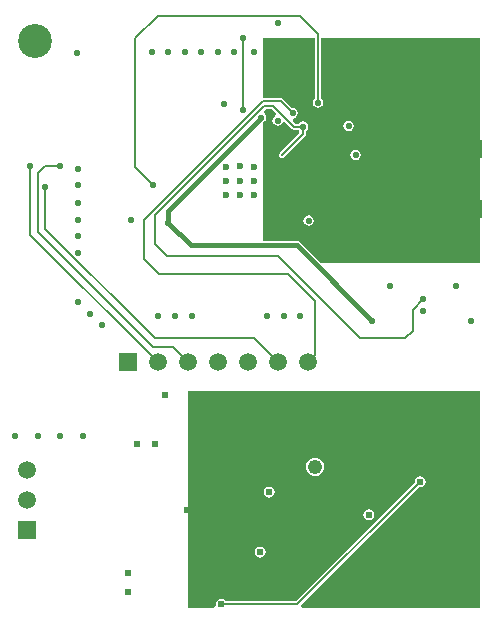
<source format=gbl>
G04 Layer_Physical_Order=4*
G04 Layer_Color=16711680*
%FSLAX25Y25*%
%MOIN*%
G70*
G01*
G75*
%ADD19R,0.15984X0.05984*%
%ADD31C,0.00800*%
%ADD32C,0.01500*%
%ADD35C,0.01799*%
%ADD39C,0.05905*%
%ADD40R,0.05905X0.05905*%
%ADD41R,0.05905X0.05905*%
%ADD42C,0.04803*%
%ADD43C,0.11300*%
%ADD44C,0.02200*%
%ADD45C,0.02400*%
%ADD46C,0.03800*%
%ADD47C,0.02362*%
%ADD48C,0.01575*%
%ADD57R,0.02362X0.11024*%
G36*
X170000Y45000D02*
X110727D01*
X110313Y46000D01*
X149672Y85359D01*
X150000Y85294D01*
X150702Y85433D01*
X151298Y85831D01*
X151696Y86426D01*
X151835Y87129D01*
X151696Y87831D01*
X151298Y88427D01*
X150702Y88824D01*
X150000Y88964D01*
X149298Y88824D01*
X148702Y88427D01*
X148304Y87831D01*
X148165Y87129D01*
X148230Y86801D01*
X108680Y47251D01*
X85283D01*
X85097Y47529D01*
X84501Y47927D01*
X83799Y48066D01*
X83097Y47927D01*
X82502Y47529D01*
X82104Y46933D01*
X81964Y46231D01*
X82010Y46000D01*
X81346Y45000D01*
X72500D01*
Y117500D01*
X170000D01*
Y45000D01*
D02*
G37*
G36*
Y160000D02*
X116797D01*
X109824Y166973D01*
X109377Y167272D01*
X108850Y167376D01*
X97500D01*
Y206866D01*
X97663Y206899D01*
X98226Y207274D01*
X98601Y207837D01*
X98733Y208500D01*
X98601Y209163D01*
X98226Y209726D01*
X98194Y209746D01*
X98055Y210768D01*
X98679Y211480D01*
X100578D01*
X101920Y210138D01*
X101889Y209751D01*
X101660Y208983D01*
X101274Y208726D01*
X100899Y208163D01*
X100767Y207500D01*
X100899Y206837D01*
X101274Y206274D01*
X101837Y205899D01*
X102500Y205767D01*
X103163Y205899D01*
X103726Y206274D01*
X103983Y206660D01*
X104751Y206889D01*
X105138Y206921D01*
X107279Y204779D01*
X107610Y204558D01*
X108000Y204480D01*
X109637D01*
X109774Y204274D01*
X109791Y203233D01*
X103279Y196721D01*
X103058Y196390D01*
X102980Y196000D01*
X103058Y195610D01*
X103279Y195279D01*
X103610Y195058D01*
X104000Y194980D01*
X104390Y195058D01*
X104721Y195279D01*
X111721Y202279D01*
X111942Y202610D01*
X112020Y203000D01*
Y204137D01*
X112226Y204274D01*
X112601Y204837D01*
X112733Y205500D01*
X112601Y206163D01*
X112226Y206726D01*
X111663Y207101D01*
X111000Y207233D01*
X110337Y207101D01*
X109774Y206726D01*
X109637Y206520D01*
X108422D01*
X107646Y207296D01*
X107992Y208365D01*
X108163Y208399D01*
X108726Y208774D01*
X109101Y209337D01*
X109233Y210000D01*
X109101Y210663D01*
X108726Y211226D01*
X108163Y211601D01*
X107500Y211733D01*
X107257Y211685D01*
X104221Y214721D01*
X103890Y214942D01*
X103500Y215020D01*
X97500D01*
Y235000D01*
X114980D01*
Y214863D01*
X114774Y214726D01*
X114399Y214163D01*
X114267Y213500D01*
X114399Y212837D01*
X114774Y212274D01*
X115337Y211899D01*
X116000Y211767D01*
X116663Y211899D01*
X117226Y212274D01*
X117601Y212837D01*
X117733Y213500D01*
X117601Y214163D01*
X117226Y214726D01*
X117020Y214863D01*
Y235000D01*
X170000D01*
Y160000D01*
D02*
G37*
%LPC*%
G36*
X99748Y85475D02*
X99046Y85335D01*
X98451Y84937D01*
X98053Y84342D01*
X97913Y83640D01*
X98053Y82937D01*
X98451Y82342D01*
X99046Y81944D01*
X99748Y81804D01*
X100451Y81944D01*
X101046Y82342D01*
X101444Y82937D01*
X101584Y83640D01*
X101444Y84342D01*
X101046Y84937D01*
X100451Y85335D01*
X99748Y85475D01*
D02*
G37*
G36*
X96748Y65464D02*
X96046Y65324D01*
X95451Y64926D01*
X95053Y64331D01*
X94913Y63629D01*
X95053Y62926D01*
X95451Y62331D01*
X96046Y61933D01*
X96748Y61794D01*
X97451Y61933D01*
X98046Y62331D01*
X98444Y62926D01*
X98584Y63629D01*
X98444Y64331D01*
X98046Y64926D01*
X97451Y65324D01*
X96748Y65464D01*
D02*
G37*
G36*
X132940Y77982D02*
X132238Y77842D01*
X131643Y77444D01*
X131245Y76849D01*
X131105Y76146D01*
X131245Y75444D01*
X131643Y74849D01*
X132238Y74451D01*
X132940Y74311D01*
X133643Y74451D01*
X134238Y74849D01*
X134636Y75444D01*
X134776Y76146D01*
X134636Y76849D01*
X134238Y77444D01*
X133643Y77842D01*
X132940Y77982D01*
D02*
G37*
G36*
X115000Y95156D02*
X114216Y95053D01*
X113486Y94751D01*
X112859Y94270D01*
X112378Y93642D01*
X112076Y92912D01*
X111972Y92129D01*
X112076Y91345D01*
X112378Y90615D01*
X112859Y89988D01*
X113486Y89507D01*
X114216Y89204D01*
X115000Y89101D01*
X115784Y89204D01*
X116514Y89507D01*
X117141Y89988D01*
X117622Y90615D01*
X117924Y91345D01*
X118027Y92129D01*
X117924Y92912D01*
X117622Y93642D01*
X117141Y94270D01*
X116514Y94751D01*
X115784Y95053D01*
X115000Y95156D01*
D02*
G37*
G36*
X128500Y197733D02*
X127837Y197601D01*
X127274Y197226D01*
X126899Y196663D01*
X126767Y196000D01*
X126899Y195337D01*
X127274Y194774D01*
X127837Y194399D01*
X128500Y194267D01*
X129163Y194399D01*
X129726Y194774D01*
X130101Y195337D01*
X130233Y196000D01*
X130101Y196663D01*
X129726Y197226D01*
X129163Y197601D01*
X128500Y197733D01*
D02*
G37*
G36*
X126159Y207418D02*
X125495Y207286D01*
X124933Y206910D01*
X124557Y206348D01*
X124425Y205685D01*
X124557Y205022D01*
X124933Y204459D01*
X125495Y204083D01*
X126159Y203952D01*
X126822Y204083D01*
X127384Y204459D01*
X127760Y205022D01*
X127892Y205685D01*
X127760Y206348D01*
X127384Y206910D01*
X126822Y207286D01*
X126159Y207418D01*
D02*
G37*
G36*
X112843Y175890D02*
X112180Y175758D01*
X111618Y175382D01*
X111242Y174820D01*
X111110Y174157D01*
X111242Y173494D01*
X111618Y172931D01*
X112180Y172555D01*
X112843Y172424D01*
X113506Y172555D01*
X114069Y172931D01*
X114444Y173494D01*
X114576Y174157D01*
X114444Y174820D01*
X114069Y175382D01*
X113506Y175758D01*
X112843Y175890D01*
D02*
G37*
%LPD*%
D19*
X162500Y178000D02*
D03*
Y198000D02*
D03*
D31*
X61000Y185937D02*
X61063D01*
X109102Y46231D02*
X150000Y87129D01*
X83799Y46231D02*
X109102D01*
X94500Y135000D02*
X102500Y127000D01*
X106000Y156500D02*
X115000Y147500D01*
Y129500D02*
Y147500D01*
X112500Y127000D02*
X115000Y129500D01*
X67500Y132000D02*
X72500Y127000D01*
X22500Y190000D02*
X25000Y192500D01*
X30000D01*
X20000Y169500D02*
Y192500D01*
Y169500D02*
X62500Y127000D01*
X25000Y171530D02*
X61530Y135000D01*
X25000Y171530D02*
Y185500D01*
X61530Y135000D02*
X94500D01*
X22500Y170500D02*
Y190000D01*
Y170500D02*
X61000Y132000D01*
X67500D01*
X102500Y162500D02*
X130000Y135000D01*
X145000D01*
X147500Y137500D01*
Y144500D01*
X151000Y148000D01*
X91000Y211000D02*
Y235000D01*
X55000D02*
X62500Y242500D01*
X110000D01*
X116000Y236500D01*
Y213500D02*
Y236500D01*
X104000Y196000D02*
X111000Y203000D01*
Y205500D01*
X55000Y192000D02*
X61063Y185937D01*
X55000Y192000D02*
Y235000D01*
X58000Y161500D02*
X63000Y156500D01*
X106000D01*
X58000Y174500D02*
X97500Y214000D01*
X103500D01*
X107500Y210000D01*
X58000Y161500D02*
Y174500D01*
X108000Y205500D02*
X111000D01*
X101000Y212500D02*
X108000Y205500D01*
X97980Y212500D02*
X101000D01*
X61500Y176020D02*
X97980Y212500D01*
X61500Y166500D02*
Y176020D01*
Y166500D02*
X65500Y162500D01*
X102500D01*
D32*
X108850Y166000D02*
X134000Y140850D01*
X66000Y173500D02*
Y177500D01*
X97000Y208500D01*
X66000Y173500D02*
X73500Y166000D01*
X108850D01*
D35*
X149000Y178000D02*
X162500Y178000D01*
X149000Y198000D02*
X162500D01*
D39*
X112500Y127000D02*
D03*
X102500D02*
D03*
X92500D02*
D03*
X82500D02*
D03*
X62500D02*
D03*
X72500D02*
D03*
X19000Y91000D02*
D03*
Y81000D02*
D03*
D40*
X52500Y127000D02*
D03*
D41*
X19000Y71000D02*
D03*
D42*
X115000Y92129D02*
D03*
D43*
X21550Y234150D02*
D03*
D44*
X84488Y212913D02*
D03*
X134000Y140850D02*
D03*
X167000D02*
D03*
X151000Y148000D02*
D03*
X140000Y152500D02*
D03*
X162000D02*
D03*
X151000Y144000D02*
D03*
X135000Y222322D02*
D03*
X131000Y226000D02*
D03*
X127000Y229878D02*
D03*
X145500Y200000D02*
D03*
Y205500D02*
D03*
Y211000D02*
D03*
Y163157D02*
D03*
Y168657D02*
D03*
Y174157D02*
D03*
X109989Y142390D02*
D03*
X104489D02*
D03*
X98989Y142390D02*
D03*
X112843Y174157D02*
D03*
X44081Y139500D02*
D03*
X39920Y143000D02*
D03*
X36063Y147000D02*
D03*
X36000Y163500D02*
D03*
Y168937D02*
D03*
Y174437D02*
D03*
Y180120D02*
D03*
Y185937D02*
D03*
Y191437D02*
D03*
X66000Y173500D02*
D03*
X53500Y174500D02*
D03*
X61063Y185937D02*
D03*
X126159Y205685D02*
D03*
X116000Y213500D02*
D03*
X111500Y230500D02*
D03*
X105500D02*
D03*
X100000Y230500D02*
D03*
X94500D02*
D03*
X88000D02*
D03*
X82500D02*
D03*
X77000Y230500D02*
D03*
X71500D02*
D03*
X66000Y230500D02*
D03*
X60500D02*
D03*
X35500Y230000D02*
D03*
X15000Y102500D02*
D03*
X22500Y102500D02*
D03*
X30000Y102500D02*
D03*
X37500Y102500D02*
D03*
X97000Y208500D02*
D03*
X62497Y142390D02*
D03*
X68348D02*
D03*
X73848D02*
D03*
X128500Y196000D02*
D03*
X20000Y192500D02*
D03*
X30000D02*
D03*
X25000Y185500D02*
D03*
X102500Y240000D02*
D03*
X91000Y235000D02*
D03*
Y211000D02*
D03*
X107500Y210000D02*
D03*
X111000Y205500D02*
D03*
X102500Y207500D02*
D03*
X144788Y181382D02*
D03*
X141588D02*
D03*
X131585Y193627D02*
D03*
X134248Y195401D02*
D03*
X137439Y195635D02*
D03*
X140501Y194705D02*
D03*
X143701D02*
D03*
X146901D02*
D03*
X76050Y106150D02*
D03*
X78550Y111150D02*
D03*
X81050Y106150D02*
D03*
X86050D02*
D03*
X91050D02*
D03*
X96050D02*
D03*
X101050D02*
D03*
X106050D02*
D03*
X108550Y171150D02*
D03*
X106050Y176150D02*
D03*
X113550Y101150D02*
D03*
X111050Y106150D02*
D03*
X118550Y71150D02*
D03*
Y101150D02*
D03*
X116050Y106150D02*
D03*
X118550Y171150D02*
D03*
X123550Y51150D02*
D03*
X121050Y96150D02*
D03*
X123550Y101150D02*
D03*
X121050Y106150D02*
D03*
X123550Y171150D02*
D03*
X128550Y51150D02*
D03*
X126050Y56150D02*
D03*
X128550Y101150D02*
D03*
X126050Y106150D02*
D03*
Y166150D02*
D03*
X128550Y171150D02*
D03*
X133550Y51150D02*
D03*
X131050Y56150D02*
D03*
X133550Y101150D02*
D03*
X131050Y106150D02*
D03*
X133550Y231150D02*
D03*
X138550Y51150D02*
D03*
X136050Y56150D02*
D03*
X138550Y101150D02*
D03*
Y231150D02*
D03*
X143550Y51150D02*
D03*
X141050Y56150D02*
D03*
Y96150D02*
D03*
Y216150D02*
D03*
X143550Y221150D02*
D03*
X141050Y226150D02*
D03*
X143550Y231150D02*
D03*
X148550Y51150D02*
D03*
X146050Y56150D02*
D03*
Y66150D02*
D03*
X148550Y71150D02*
D03*
Y111150D02*
D03*
X146050Y216150D02*
D03*
X148550Y221150D02*
D03*
X146050Y226150D02*
D03*
X148550Y231150D02*
D03*
X153550Y51150D02*
D03*
X151050Y56150D02*
D03*
Y66150D02*
D03*
Y106150D02*
D03*
X153550Y111150D02*
D03*
X151050Y166150D02*
D03*
X153550Y171150D02*
D03*
X151050Y206150D02*
D03*
X153550Y211150D02*
D03*
X151050Y216150D02*
D03*
X153550Y221150D02*
D03*
X151050Y226150D02*
D03*
X153550Y231150D02*
D03*
X158550Y51150D02*
D03*
X156050Y56150D02*
D03*
Y76150D02*
D03*
X158550Y101150D02*
D03*
X156050Y106150D02*
D03*
X158550Y111150D02*
D03*
X156050Y166150D02*
D03*
X158550Y171150D02*
D03*
X156050Y206150D02*
D03*
X158550Y211150D02*
D03*
X156050Y216150D02*
D03*
X158550Y221150D02*
D03*
X156050Y226150D02*
D03*
X158550Y231150D02*
D03*
X163550Y51150D02*
D03*
X161050Y56150D02*
D03*
Y96150D02*
D03*
X163550Y101150D02*
D03*
X161050Y106150D02*
D03*
X163550Y111150D02*
D03*
X161050Y166150D02*
D03*
X163550Y171150D02*
D03*
X161050Y206150D02*
D03*
X163550Y211150D02*
D03*
X161050Y216150D02*
D03*
X163550Y221150D02*
D03*
X161050Y226150D02*
D03*
X163550Y231150D02*
D03*
X166050Y56150D02*
D03*
Y96150D02*
D03*
Y106150D02*
D03*
Y166150D02*
D03*
Y206150D02*
D03*
Y216150D02*
D03*
Y226150D02*
D03*
D45*
X106278Y53498D02*
D03*
X109000Y62194D02*
D03*
X65059Y116188D02*
D03*
X92120Y53629D02*
D03*
X52731Y50465D02*
D03*
X52635Y56764D02*
D03*
X167500Y64482D02*
D03*
X55579Y99629D02*
D03*
X61500D02*
D03*
X99748Y77688D02*
D03*
X99748Y83640D02*
D03*
X126658Y76146D02*
D03*
X83799Y46231D02*
D03*
X150000Y81111D02*
D03*
Y91371D02*
D03*
Y87129D02*
D03*
X96748Y63629D02*
D03*
X72272Y77873D02*
D03*
X81451Y99480D02*
D03*
X110000Y94629D02*
D03*
X132940Y76146D02*
D03*
D46*
X149000Y178000D02*
D03*
Y198000D02*
D03*
D47*
X90000Y187303D02*
D03*
Y192421D02*
D03*
X94724Y187303D02*
D03*
Y192028D02*
D03*
X90000Y182579D02*
D03*
X94724Y182579D02*
D03*
X85276Y187303D02*
D03*
Y192028D02*
D03*
Y182579D02*
D03*
D48*
X113500Y75200D02*
D03*
X113500Y79728D02*
D03*
Y84255D02*
D03*
D57*
Y79728D02*
D03*
M02*

</source>
